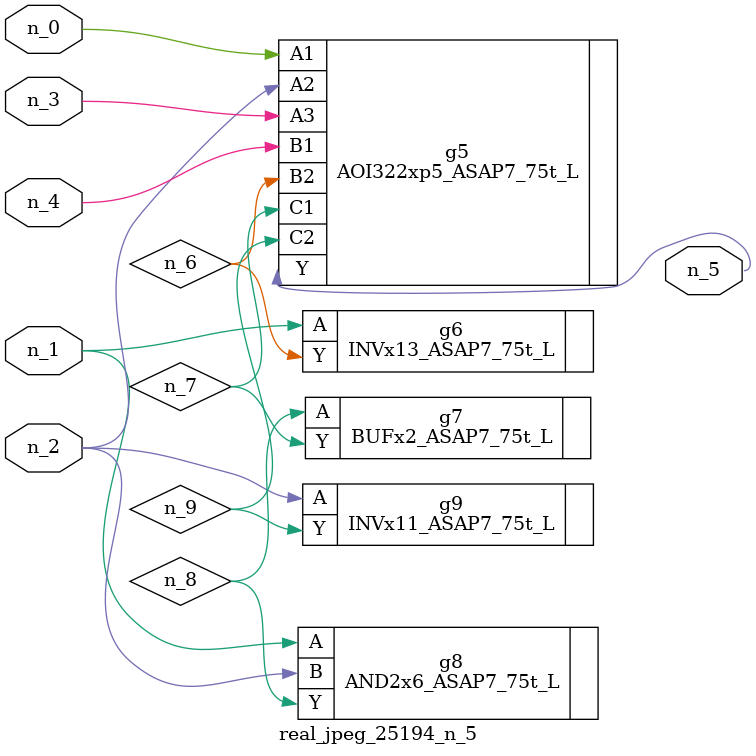
<source format=v>
module real_jpeg_25194_n_5 (n_4, n_0, n_1, n_2, n_3, n_5);

input n_4;
input n_0;
input n_1;
input n_2;
input n_3;

output n_5;

wire n_8;
wire n_6;
wire n_7;
wire n_9;

AOI322xp5_ASAP7_75t_L g5 ( 
.A1(n_0),
.A2(n_2),
.A3(n_3),
.B1(n_4),
.B2(n_6),
.C1(n_7),
.C2(n_9),
.Y(n_5)
);

INVx13_ASAP7_75t_L g6 ( 
.A(n_1),
.Y(n_6)
);

AND2x6_ASAP7_75t_L g8 ( 
.A(n_1),
.B(n_2),
.Y(n_8)
);

INVx11_ASAP7_75t_L g9 ( 
.A(n_2),
.Y(n_9)
);

BUFx2_ASAP7_75t_L g7 ( 
.A(n_8),
.Y(n_7)
);


endmodule
</source>
